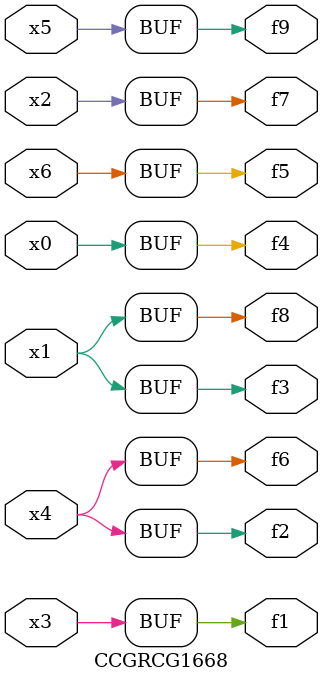
<source format=v>
module CCGRCG1668(
	input x0, x1, x2, x3, x4, x5, x6,
	output f1, f2, f3, f4, f5, f6, f7, f8, f9
);
	assign f1 = x3;
	assign f2 = x4;
	assign f3 = x1;
	assign f4 = x0;
	assign f5 = x6;
	assign f6 = x4;
	assign f7 = x2;
	assign f8 = x1;
	assign f9 = x5;
endmodule

</source>
